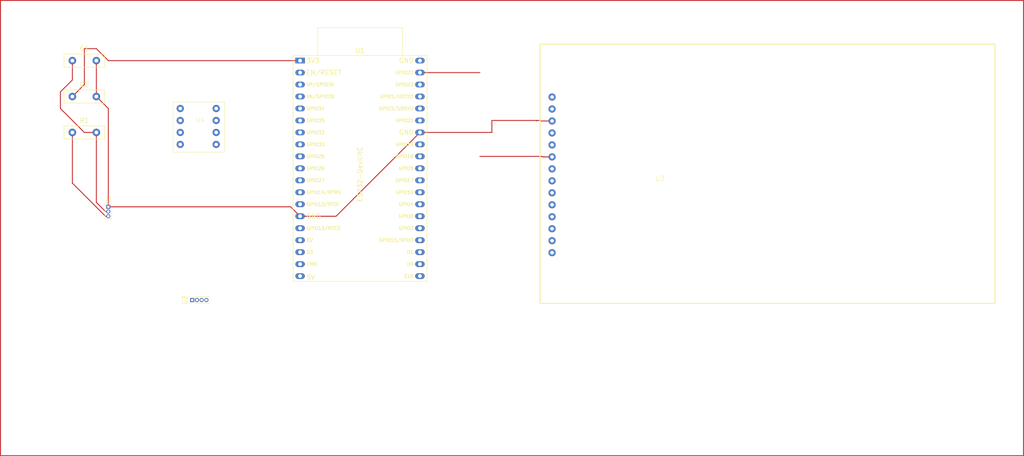
<source format=kicad_pcb>
(kicad_pcb (version 20240108) (generator "pcbnew") (generator_version "8.0")
  (layers (0 "F.Cu" signal) (31 "B.Cu" signal) (34 "B.Paste" user) (35 "F.Paste" user) (36 "B.SilkS" user "B.Silkscreen") (37 "F.SilkS" user "F.Silkscreen") (38 "B.Mask" user) (39 "F.Mask" user) (44 "Edge.Cuts" user))
  (net 0 "")
  (net 3 "Net-(U1-GPIO18)")
  (net 4 "Net-(U1-ADC2_CH0{slash}GPIO4)")
  (net 8 "GND")
  (net 10 "Net-(J1-Pin_2)")
  (net 15 "Net-(U1-GPIO23)")
  (net 21 "Net-(J1-Pin_3)")
  (net 24 "+3.3V")
  (net 29 "Net-(U1-GPIO19)")
  (net 34 "Net-(U1-SD_DATA3{slash}GPIO10)")
  (net 35 "Net-(U1-CMD)")
  (net 43 "Net-(U1-MTDI{slash}GPIO12{slash}ADC2_CH5)")
  (net 44 "Net-(U1-MTCK{slash}GPIO13{slash}ADC2_CH4)")
  (footprint "Resistor_THT:R_Box_L8.4mm_W2.5mm_P5.08mm" (layer "F.Cu") (at 58.42 48.26)
    (property "Reference" "C1" (at 2.54 -2.52 0) (layer "F.SilkS"))
    (property "Value" "100n")
    (fp_line (start -1.77 -1.39) (end -1.77 1.39) (stroke (width 0.12)) (layer "F.SilkS"))
    (fp_line (start -1.77 -1.39) (end 6.85 -1.39) (stroke (width 0.12)) (layer "F.SilkS"))
    (fp_line (start -1.77 1.39) (end 6.85 1.39) (stroke (width 0.12)) (layer "F.SilkS"))
    (fp_line (start 6.85 -1.39) (end 6.85 1.39) (stroke (width 0.12)) (layer "F.SilkS"))
    (pad "1" thru_hole circle (at 0 0) (size 1.6 1.6) (drill 0.8) (layers "*.Cu" "*.Mask") (net 10 "Net-(J1-Pin_2)"))
    (pad "2" thru_hole circle (at 5.08 0) (size 1.6 1.6) (drill 0.8) (layers "*.Cu" "*.Mask") (net 8 "GND"))
  )
  (footprint "Peter:ILI9488" (layer "F.Cu") (at 182.94 73.77)
    (property "Reference" "U3" (at 0 -0.5 0) (layer "F.SilkS") (effects (font (thickness 0.1))))
    (property "Value" "~")
    (fp_rect (start -25.4 -29) (end 71 26) (stroke (width 0.2)) (fill none) (layer "F.SilkS"))
    (pad "1" thru_hole circle (at -22.86 -17.78) (size 1.524 1.524) (drill 0.762) (layers "*.Cu" "*.Mask"))
    (pad "2" thru_hole circle (at -22.86 -15.24) (size 1.524 1.524) (drill 0.762) (layers "*.Cu" "*.Mask"))
    (pad "3" thru_hole circle (at -22.86 -12.7) (size 1.524 1.524) (drill 0.762) (layers "*.Cu" "*.Mask") (net 8 "GND"))
    (pad "4" thru_hole circle (at -22.86 -10.16) (size 1.524 1.524) (drill 0.762) (layers "*.Cu" "*.Mask") (net 4 "Net-(U1-ADC2_CH0{slash}GPIO4)"))
    (pad "5" thru_hole circle (at -22.86 -7.62) (size 1.524 1.524) (drill 0.762) (layers "*.Cu" "*.Mask") (net 4 "Net-(U1-ADC2_CH0{slash}GPIO4)"))
    (pad "6" thru_hole circle (at -22.86 -5.08) (size 1.524 1.524) (drill 0.762) (layers "*.Cu" "*.Mask") (net 15 "Net-(U1-GPIO23)"))
    (pad "7" thru_hole circle (at -22.86 -2.54) (size 1.524 1.524) (drill 0.762) (layers "*.Cu" "*.Mask") (net 3 "Net-(U1-GPIO18)"))
    (pad "8" thru_hole circle (at -22.86 0) (size 1.524 1.524) (drill 0.762) (layers "*.Cu" "*.Mask") (net 24 "+3.3V"))
    (pad "9" thru_hole circle (at -22.86 2.54) (size 1.524 1.524) (drill 0.762) (layers "*.Cu" "*.Mask") (net 29 "Net-(U1-GPIO19)"))
    (pad "10" thru_hole circle (at -22.86 5.08) (size 1.524 1.524) (drill 0.762) (layers "*.Cu" "*.Mask"))
    (pad "11" thru_hole circle (at -22.86 7.62) (size 1.524 1.524) (drill 0.762) (layers "*.Cu" "*.Mask"))
    (pad "12" thru_hole circle (at -22.86 10.16) (size 1.524 1.524) (drill 0.762) (layers "*.Cu" "*.Mask"))
    (pad "13" thru_hole circle (at -22.86 12.7) (size 1.524 1.524) (drill 0.762) (layers "*.Cu" "*.Mask"))
    (pad "14" thru_hole circle (at -22.86 15.24) (size 1.524 1.524) (drill 0.762) (layers "*.Cu" "*.Mask"))
  )
  (footprint "Connector_PinHeader_1.00mm:PinHeader_1x04_P1.00mm_Vertical" (layer "F.Cu") (at 83.82 99.06 90)
    (property "Reference" "U2" (at 0 -1.56 90) (layer "F.SilkS"))
    (property "Value" "~")
    (fp_line (start -0.695 -0.685) (end 0 -0.685) (stroke (width 0.12)) (layer "F.SilkS"))
    (fp_line (start -0.695 0) (end -0.695 -0.685) (stroke (width 0.12)) (layer "F.SilkS"))
    (fp_line (start 0.695 0.685) (end 0.695 3.56) (stroke (width 0.12)) (layer "F.SilkS"))
    (fp_line (start 0.608276 0.685) (end 0.695 0.685) (stroke (width 0.12)) (layer "F.SilkS"))
    (fp_line (start -0.695 0.685) (end -0.608276 0.685) (stroke (width 0.12)) (layer "F.SilkS"))
    (fp_line (start -0.695 0.685) (end -0.695 3.56) (stroke (width 0.12)) (layer "F.SilkS"))
    (fp_line (start 0.394493 3.56) (end 0.695 3.56) (stroke (width 0.12)) (layer "F.SilkS"))
    (fp_line (start -0.695 3.56) (end -0.394493 3.56) (stroke (width 0.12)) (layer "F.SilkS"))
    (pad "1" thru_hole rect (at 0 0 90) (size 0.85 0.85) (drill 0.5) (layers "*.Cu" "*.Mask") (net 24 "+3.3V"))
    (pad "2" thru_hole oval (at 0 1 90) (size 0.85 0.85) (drill 0.5) (layers "*.Cu" "*.Mask") (net 35 "Net-(U1-CMD)"))
    (pad "3" thru_hole oval (at 0 2 90) (size 0.85 0.85) (drill 0.5) (layers "*.Cu" "*.Mask") (net 34 "Net-(U1-SD_DATA3{slash}GPIO10)"))
    (pad "4" thru_hole oval (at 0 3 90) (size 0.85 0.85) (drill 0.5) (layers "*.Cu" "*.Mask") (net 8 "GND"))
  )
  (footprint "Connector_PinHeader_1.00mm:PinHeader_1x03_P1.00mm_Vertical" (layer "F.Cu") (at 66.04 79.28)
    (property "Reference" "J1" (at 0 -1.56 0) (layer "F.SilkS"))
    (property "Value" "Diag")
    (fp_line (start -0.695 -0.685) (end 0 -0.685) (stroke (width 0.12)) (layer "F.SilkS"))
    (fp_line (start -0.695 0) (end -0.695 -0.685) (stroke (width 0.12)) (layer "F.SilkS"))
    (fp_line (start -0.695 0.685) (end -0.695 2.56) (stroke (width 0.12)) (layer "F.SilkS"))
    (fp_line (start -0.695 0.685) (end -0.608276 0.685) (stroke (width 0.12)) (layer "F.SilkS"))
    (fp_line (start -0.695 2.56) (end -0.394493 2.56) (stroke (width 0.12)) (layer "F.SilkS"))
    (fp_line (start 0.394493 2.56) (end 0.695 2.56) (stroke (width 0.12)) (layer "F.SilkS"))
    (fp_line (start 0.608276 0.685) (end 0.695 0.685) (stroke (width 0.12)) (layer "F.SilkS"))
    (fp_line (start 0.695 0.685) (end 0.695 2.56) (stroke (width 0.12)) (layer "F.SilkS"))
    (pad "1" thru_hole rect (at 0 0) (size 0.85 0.85) (drill 0.5) (layers "*.Cu" "*.Mask") (net 8 "GND"))
    (pad "2" thru_hole oval (at 0 1) (size 0.85 0.85) (drill 0.5) (layers "*.Cu" "*.Mask") (net 10 "Net-(J1-Pin_2)"))
    (pad "3" thru_hole oval (at 0 2) (size 0.85 0.85) (drill 0.5) (layers "*.Cu" "*.Mask") (net 21 "Net-(J1-Pin_3)"))
  )
  (footprint "Resistor_THT:R_Box_L8.4mm_W2.5mm_P5.08mm" (layer "F.Cu") (at 58.42 55.88)
    (property "Reference" "C2" (at 2.54 -2.52 0) (layer "F.SilkS"))
    (property "Value" "100n")
    (fp_line (start -1.77 -1.39) (end -1.77 1.39) (stroke (width 0.12)) (layer "F.SilkS"))
    (fp_line (start -1.77 -1.39) (end 6.85 -1.39) (stroke (width 0.12)) (layer "F.SilkS"))
    (fp_line (start -1.77 1.39) (end 6.85 1.39) (stroke (width 0.12)) (layer "F.SilkS"))
    (fp_line (start 6.85 -1.39) (end 6.85 1.39) (stroke (width 0.12)) (layer "F.SilkS"))
    (pad "1" thru_hole circle (at 0 0) (size 1.6 1.6) (drill 0.8) (layers "*.Cu" "*.Mask") (net 24 "+3.3V"))
    (pad "2" thru_hole circle (at 5.08 0) (size 1.6 1.6) (drill 0.8) (layers "*.Cu" "*.Mask") (net 8 "GND"))
  )
  (footprint "Resistor_THT:R_Box_L8.4mm_W2.5mm_P5.08mm" (layer "F.Cu") (at 58.42 63.5)
    (property "Reference" "R1" (at 2.54 -2.52 0) (layer "F.SilkS"))
    (property "Value" "510R")
    (fp_line (start -1.77 -1.39) (end -1.77 1.39) (stroke (width 0.12)) (layer "F.SilkS"))
    (fp_line (start -1.77 -1.39) (end 6.85 -1.39) (stroke (width 0.12)) (layer "F.SilkS"))
    (fp_line (start -1.77 1.39) (end 6.85 1.39) (stroke (width 0.12)) (layer "F.SilkS"))
    (fp_line (start 6.85 -1.39) (end 6.85 1.39) (stroke (width 0.12)) (layer "F.SilkS"))
    (pad "1" thru_hole circle (at 0 0) (size 1.6 1.6) (drill 0.8) (layers "*.Cu" "*.Mask") (net 21 "Net-(J1-Pin_3)"))
    (pad "2" thru_hole circle (at 5.08 0) (size 1.6 1.6) (drill 0.8) (layers "*.Cu" "*.Mask") (net 10 "Net-(J1-Pin_2)"))
  )
  (footprint "Peter:L9637D" (layer "F.Cu") (at 85.344 62.357)
    (property "Reference" "U4" (at 0.127 -1.524 0) (layer "F.SilkS") (effects (font (thickness 0.1))))
    (property "Value" "~")
    (fp_rect (start -5.588 -5.334) (end 5.334 5.334) (stroke (width 0.1)) (fill none) (layer "F.SilkS"))
    (pad "1" thru_hole circle (at -4.064 -3.937) (size 1.524 1.524) (drill 0.762) (layers "*.Cu" "*.Mask") (net 43 "Net-(U1-MTDI{slash}GPIO12{slash}ADC2_CH5)"))
    (pad "2" thru_hole circle (at -4.064 -1.397) (size 1.524 1.524) (drill 0.762) (layers "*.Cu" "*.Mask"))
    (pad "3" thru_hole circle (at -4.064 1.143) (size 1.524 1.524) (drill 0.762) (layers "*.Cu" "*.Mask"))
    (pad "4" thru_hole circle (at -4.064 3.683) (size 1.524 1.524) (drill 0.762) (layers "*.Cu" "*.Mask") (net 44 "Net-(U1-MTCK{slash}GPIO13{slash}ADC2_CH4)"))
    (pad "5" thru_hole circle (at 3.556 3.683) (size 1.524 1.524) (drill 0.762) (layers "*.Cu" "*.Mask") (net 8 "GND"))
    (pad "6" thru_hole circle (at 3.556 1.143) (size 1.524 1.524) (drill 0.762) (layers "*.Cu" "*.Mask") (net 10 "Net-(J1-Pin_2)"))
    (pad "7" thru_hole circle (at 3.556 -1.397) (size 1.524 1.524) (drill 0.762) (layers "*.Cu" "*.Mask") (net 21 "Net-(J1-Pin_3)"))
    (pad "8" thru_hole circle (at 3.556 -3.937) (size 1.524 1.524) (drill 0.762) (layers "*.Cu" "*.Mask"))
  )
  (footprint "PCM_Espressif:ESP32-DevKitC" (layer "F.Cu") (at 106.68 48.26)
    (property "Reference" "U1" (at 12.7 -2.1 0) (layer "F.SilkS"))
    (property "Value" "ESP32-DevKitC" (at 12.7 24.13 90) (layer "F.SilkS"))
    (fp_line (start -1.5 46.82) (end 26.899999 46.82) (stroke (width 0.12)) (layer "F.SilkS"))
    (fp_line (start -1.499999 -1.1) (end -1.5 46.82) (stroke (width 0.12)) (layer "F.SilkS"))
    (fp_line (start 3.73012 -7.01312) (end 21.71332 -7.01312) (stroke (width 0.12)) (layer "F.SilkS"))
    (fp_line (start 3.73012 -1.12032) (end 3.73012 -7.01312) (stroke (width 0.12)) (layer "F.SilkS"))
    (fp_line (start 21.71332 -7.01312) (end 21.71332 -1.12032) (stroke (width 0.12)) (layer "F.SilkS"))
    (fp_line (start 26.899999 46.82) (end 26.9 -1.1) (stroke (width 0.12)) (layer "F.SilkS"))
    (fp_line (start 26.9 -1.1) (end -1.499999 -1.1) (stroke (width 0.12)) (layer "F.SilkS"))
    (fp_text user "GND" (at 24.13 15.24 0) (layer "F.SilkS") (effects (justify right)))
    (fp_text user "GPIO25" (at 1.27 20.32 0) (layer "F.SilkS") (effects (font (size 0.7 0.7)) (justify left)))
    (fp_text user "GPIO17" (at 24.13 25.4 0) (layer "F.SilkS") (effects (font (size 0.7 0.7)) (justify right)))
    (fp_text user "VN/GPIO39" (at 1.27 7.62 0) (layer "F.SilkS") (effects (font (size 0.7 0.7)) (justify left)))
    (fp_text user "GPIO15/MTDO" (at 24.13 38.1 0) (layer "F.SilkS") (effects (font (size 0.7 0.7)) (justify right)))
    (fp_text user "GPIO14/MTMS" (at 1.27 27.94 0) (layer "F.SilkS") (effects (font (size 0.7 0.7)) (justify left)))
    (fp_text user "GPIO23" (at 24.13 2.54 0) (layer "F.SilkS") (effects (font (size 0.7 0.7)) (justify right)))
    (fp_text user "GPIO21" (at 24.13 12.7 0) (layer "F.SilkS") (effects (font (size 0.7 0.7)) (justify right)))
    (fp_text user "GPIO4" (at 24.13 30.48 0) (layer "F.SilkS") (effects (font (size 0.7 0.7)) (justify right)))
    (fp_text user "GPIO34" (at 1.27 10.16 0) (layer "F.SilkS") (effects (font (size 0.7 0.7)) (justify left)))
    (fp_text user "GPIO3/U0RXD" (at 24.13 10.16 0) (layer "F.SilkS") (effects (font (size 0.7 0.7)) (justify right)))
    (fp_text user "GPIO22" (at 24.13 5.08 0) (layer "F.SilkS") (effects (font (size 0.7 0.7)) (justify right)))
    (fp_text user "VP/GPIO36" (at 1.27 5.08 0) (layer "F.SilkS") (effects (font (size 0.7 0.7)) (justify left)))
    (fp_text user "5V" (at 1.26632 45.97128 0) (layer "F.SilkS") (effects (justify left)))
    (fp_text user "GND" (at 24.13 0 0) (layer "F.SilkS") (effects (justify right)))
    (fp_text user "GPIO19" (at 24.13 17.78 0) (layer "F.SilkS") (effects (font (size 0.7 0.7)) (justify right)))
    (fp_text user "GPIO18" (at 24.13 20.32 0) (layer "F.SilkS") (effects (font (size 0.7 0.7)) (justify right)))
    (fp_text user "D1" (at 24.13 40.64 0) (layer "F.SilkS") (effects (font (size 0.7 0.7)) (justify right)))
    (fp_text user "EN/RESET" (at 8.88632 2.53728 0) (layer "F.SilkS") (effects (justify right)))
    (fp_text user "GPIO26" (at 1.27 22.86 0) (layer "F.SilkS") (effects (font (size 0.7 0.7)) (justify left)))
    (fp_text user "3V3" (at 1.27 0 0) (layer "F.SilkS") (effects (justify left)))
    (fp_text user "GND" (at 1.27 33.02 0) (layer "F.SilkS") (effects (justify left)))
    (fp_text user "GPIO27" (at 1.27 25.4 0) (layer "F.SilkS") (effects (font (size 0.7 0.7)) (justify left)))
    (fp_text user "GPIO32" (at 1.27 15.24 0) (layer "F.SilkS") (effects (font (size 0.7 0.7)) (justify left)))
    (fp_text user "GPIO12/MTDI" (at 1.27 30.48 0) (layer "F.SilkS") (effects (font (size 0.7 0.7)) (justify left)))
    (fp_text user "CMD" (at 1.27 43.18 0) (layer "F.SilkS") (effects (font (size 0.7 0.7)) (justify left)))
    (fp_text user "GPIO16" (at 24.13 27.94 0) (layer "F.SilkS") (effects (font (size 0.7 0.7)) (justify right)))
    (fp_text user "CLK" (at 24.13 45.72 0) (layer "F.SilkS") (effects (font (size 0.7 0.7)) (justify right)))
    (fp_text user "GPIO5" (at 24.13 22.86 0) (layer "F.SilkS") (effects (font (size 0.7 0.7)) (justify right)))
    (fp_text user "D2" (at 1.27 38.1 0) (layer "F.SilkS") (effects (font (size 0.7 0.7)) (justify left)))
    (fp_text user "GPIO35" (at 1.27 12.7 0) (layer "F.SilkS") (effects (font (size 0.7 0.7)) (justify left)))
    (fp_text user "GPIO2" (at 24.13 35.56 0) (layer "F.SilkS") (effects (font (size 0.7 0.7)) (justify right)))
    (fp_text user "GPIO1/U0TXD" (at 24.13 7.62 0) (layer "F.SilkS") (effects (font (size 0.7 0.7)) (justify right)))
    (fp_text user "GPIO0" (at 24.13 33.02 0) (layer "F.SilkS") (effects (font (size 0.7 0.7)) (justify right)))
    (fp_text user "D0" (at 24.13 43.18 0) (layer "F.SilkS") (effects (font (size 0.7 0.7)) (justify right)))
    (fp_text user "D3" (at 1.27 40.64 0) (layer "F.SilkS") (effects (font (size 0.7 0.7)) (justify left)))
    (fp_text user "GPIO33" (at 1.27 17.78 0) (layer "F.SilkS") (effects (font (size 0.7 0.7)) (justify left)))
    (fp_text user "GPIO13/MTCK" (at 1.27 35.56 0) (layer "F.SilkS") (effects (font (size 0.7 0.7)) (justify left)))
    (pad "1" thru_hole rect (at 0 0 270) (size 1.2 2) (drill 0.8) (layers "*.Cu" "*.Mask") (net 24 "+3.3V"))
    (pad "2" thru_hole oval (at 0 2.54 270) (size 1.2 2) (drill 0.8) (layers "*.Cu" "*.Mask"))
    (pad "3" thru_hole oval (at 0 5.08 270) (size 1.2 2) (drill 0.8) (layers "*.Cu" "*.Mask"))
    (pad "4" thru_hole oval (at 0 7.62 270) (size 1.2 2) (drill 0.8) (layers "*.Cu" "*.Mask"))
    (pad "5" thru_hole oval (at 0 10.16 270) (size 1.2 2) (drill 0.8) (layers "*.Cu" "*.Mask"))
    (pad "6" thru_hole oval (at 0 12.7 270) (size 1.2 2) (drill 0.8) (layers "*.Cu" "*.Mask"))
    (pad "7" thru_hole oval (at 0 15.24 270) (size 1.2 2) (drill 0.8) (layers "*.Cu" "*.Mask"))
    (pad "8" thru_hole oval (at 0 17.78 270) (size 1.2 2) (drill 0.8) (layers "*.Cu" "*.Mask"))
    (pad "9" thru_hole oval (at 0 20.32 270) (size 1.2 2) (drill 0.8) (layers "*.Cu" "*.Mask"))
    (pad "10" thru_hole oval (at 0 22.86 270) (size 1.2 2) (drill 0.8) (layers "*.Cu" "*.Mask"))
    (pad "11" thru_hole oval (at 0 25.4 270) (size 1.2 2) (drill 0.8) (layers "*.Cu" "*.Mask"))
    (pad "12" thru_hole oval (at 0 27.94 270) (size 1.2 2) (drill 0.8) (layers "*.Cu" "*.Mask"))
    (pad "13" thru_hole oval (at 0 30.48 270) (size 1.2 2) (drill 0.8) (layers "*.Cu" "*.Mask") (net 43 "Net-(U1-MTDI{slash}GPIO12{slash}ADC2_CH5)"))
    (pad "14" thru_hole oval (at 0 33.02 270) (size 1.2 2) (drill 0.8) (layers "*.Cu" "*.Mask") (net 8 "GND"))
    (pad "15" thru_hole oval (at 0 35.56 270) (size 1.2 2) (drill 0.8) (layers "*.Cu" "*.Mask") (net 44 "Net-(U1-MTCK{slash}GPIO13{slash}ADC2_CH4)"))
    (pad "16" thru_hole oval (at 0 38.1 270) (size 1.2 2) (drill 0.8) (layers "*.Cu" "*.Mask"))
    (pad "17" thru_hole oval (at 0 40.64 270) (size 1.2 2) (drill 0.8) (layers "*.Cu" "*.Mask") (net 34 "Net-(U1-SD_DATA3{slash}GPIO10)"))
    (pad "18" thru_hole oval (at 0 43.18 270) (size 1.2 2) (drill 0.8) (layers "*.Cu" "*.Mask") (net 35 "Net-(U1-CMD)"))
    (pad "19" thru_hole oval (at 0 45.72 270) (size 1.2 2) (drill 0.8) (layers "*.Cu" "*.Mask"))
    (pad "20" thru_hole oval (at 25.39632 45.71728 270) (size 1.2 2) (drill 0.8) (layers "*.Cu" "*.Mask"))
    (pad "21" thru_hole oval (at 25.39632 43.17728 270) (size 1.2 2) (drill 0.8) (layers "*.Cu" "*.Mask"))
    (pad "22" thru_hole oval (at 25.4 40.64 270) (size 1.2 2) (drill 0.8) (layers "*.Cu" "*.Mask"))
    (pad "23" thru_hole oval (at 25.4 38.1 270) (size 1.2 2) (drill 0.8) (layers "*.Cu" "*.Mask"))
    (pad "24" thru_hole oval (at 25.4 35.56 270) (size 1.2 2) (drill 0.8) (layers "*.Cu" "*.Mask") (net 4 "Net-(U1-ADC2_CH0{slash}GPIO4)"))
    (pad "25" thru_hole oval (at 25.4 33.02 270) (size 1.2 2) (drill 0.8) (layers "*.Cu" "*.Mask"))
    (pad "26" thru_hole oval (at 25.4 30.48 270) (size 1.2 2) (drill 0.8) (layers "*.Cu" "*.Mask") (net 4 "Net-(U1-ADC2_CH0{slash}GPIO4)"))
    (pad "27" thru_hole oval (at 25.4 27.94 270) (size 1.2 2) (drill 0.8) (layers "*.Cu" "*.Mask"))
    (pad "28" thru_hole oval (at 25.4 25.4 270) (size 1.2 2) (drill 0.8) (layers "*.Cu" "*.Mask"))
    (pad "29" thru_hole oval (at 25.4 22.86 270) (size 1.2 2) (drill 0.8) (layers "*.Cu" "*.Mask"))
    (pad "30" thru_hole oval (at 25.4 20.32 270) (size 1.2 2) (drill 0.8) (layers "*.Cu" "*.Mask") (net 3 "Net-(U1-GPIO18)"))
    (pad "31" thru_hole oval (at 25.4 17.78 270) (size 1.2 2) (drill 0.8) (layers "*.Cu" "*.Mask") (net 29 "Net-(U1-GPIO19)"))
    (pad "32" thru_hole oval (at 25.4 15.24 270) (size 1.2 2) (drill 0.8) (layers "*.Cu" "*.Mask") (net 8 "GND"))
    (pad "33" thru_hole oval (at 25.4 12.7 270) (size 1.2 2) (drill 0.8) (layers "*.Cu" "*.Mask"))
    (pad "34" thru_hole oval (at 25.4 10.16 270) (size 1.2 2) (drill 0.8) (layers "*.Cu" "*.Mask"))
    (pad "35" thru_hole oval (at 25.4 7.62 270) (size 1.2 2) (drill 0.8) (layers "*.Cu" "*.Mask"))
    (pad "36" thru_hole oval (at 25.4 5.08 270) (size 1.2 2) (drill 0.8) (layers "*.Cu" "*.Mask"))
    (pad "37" thru_hole oval (at 25.4 2.54 270) (size 1.2 2) (drill 0.8) (layers "*.Cu" "*.Mask") (net 15 "Net-(U1-GPIO23)"))
    (pad "38" thru_hole oval (at 25.4 0 270) (size 1.2 2) (drill 0.8) (layers "*.Cu" "*.Mask") (net 8 "GND"))
  )
  (gr_rect (start 43.18 35.5) (end 260 132.08) (stroke (width 0.2)) (fill none) (layer "F.Cu"))
  (segment (start 156.84 60.96) (end 156.84 61.07) (width 0.2) (layer "F.Cu") (net 8))
  (segment (start 106.68 81.28) (end 114.3 81.28) (width 0.2) (layer "F.Cu") (net 8))
  (segment (start 63.5 55.88) (end 66.04 58.42) (width 0.2) (layer "F.Cu") (net 8))
  (segment (start 66.04 58.42) (end 66.04 79.28) (width 0.2) (layer "F.Cu") (net 8))
  (segment (start 106.68 81.28) (end 104.68 79.28) (width 0.2) (layer "F.Cu") (net 8))
  (segment (start 157.59 61.07) (end 160.08 61.07) (width 0.2) (layer "F.Cu") (net 8))
  (segment (start 157.48 60.96) (end 157.59 61.07) (width 0.2) (layer "F.Cu") (net 8))
  (segment (start 114.3 81.28) (end 132.08 63.5) (width 0.2) (layer "F.Cu") (net 8))
  (segment (start 147.32 60.96) (end 156.84 60.96) (width 0.2) (layer "F.Cu") (net 8))
  (segment (start 156.84 60.96) (end 157.48 60.96) (width 0.2) (layer "F.Cu") (net 8))
  (segment (start 63.5 48.26) (end 63.5 55.88) (width 0.2) (layer "F.Cu") (net 8))
  (segment (start 104.68 79.28) (end 66.04 79.28) (width 0.2) (layer "F.Cu") (net 8))
  (segment (start 132.08 63.5) (end 147.32 63.5) (width 0.2) (layer "F.Cu") (net 8))
  (segment (start 147.32 63.5) (end 147.32 60.96) (width 0.2) (layer "F.Cu") (net 8))
  (segment (start 60.96 63.5) (end 63.5 63.5) (width 0.2) (layer "F.Cu") (net 10))
  (segment (start 55.88 58.42) (end 60.96 63.5) (width 0.2) (layer "F.Cu") (net 10))
  (segment (start 55.88 54.895635) (end 55.88 58.42) (width 0.2) (layer "F.Cu") (net 10))
  (segment (start 58.42 52.355635) (end 55.88 54.895635) (width 0.2) (layer "F.Cu") (net 10))
  (segment (start 58.42 48.26) (end 58.42 52.355635) (width 0.2) (layer "F.Cu") (net 10))
  (segment (start 63.5 78.34104) (end 65.43896 80.28) (width 0.2) (layer "F.Cu") (net 10))
  (segment (start 63.5 63.5) (end 63.5 78.34104) (width 0.2) (layer "F.Cu") (net 10))
  (segment (start 65.43896 80.28) (end 66.04 80.28) (width 0.2) (layer "F.Cu") (net 10))
  (segment (start 132.08 50.8) (end 144.78 50.8) (width 0.2) (layer "F.Cu") (net 15))
  (segment (start 158.05 68.69) (end 157.94 68.58) (width 0.2) (layer "F.Cu") (net 15))
  (segment (start 157.94 68.58) (end 144.78 68.58) (width 0.2) (layer "F.Cu") (net 15))
  (segment (start 160.08 68.69) (end 158.05 68.69) (width 0.2) (layer "F.Cu") (net 15))
  (segment (start 58.42 63.5) (end 58.42 74.26104) (width 0.2) (layer "F.Cu") (net 21))
  (segment (start 58.42 74.26104) (end 65.43896 81.28) (width 0.2) (layer "F.Cu") (net 21))
  (segment (start 65.43896 81.28) (end 66.04 81.28) (width 0.2) (layer "F.Cu") (net 21))
  (segment (start 60.96 45.72) (end 63.5 45.72) (width 0.2) (layer "F.Cu") (net 24))
  (segment (start 58.42 55.88) (end 60.96 53.34) (width 0.2) (layer "F.Cu") (net 24))
  (segment (start 66.04 48.26) (end 106.68 48.26) (width 0.2) (layer "F.Cu") (net 24))
  (segment (start 63.5 45.72) (end 66.04 48.26) (width 0.2) (layer "F.Cu") (net 24))
  (segment (start 60.96 53.34) (end 60.96 45.72) (width 0.2) (layer "F.Cu") (net 24))
)
</source>
